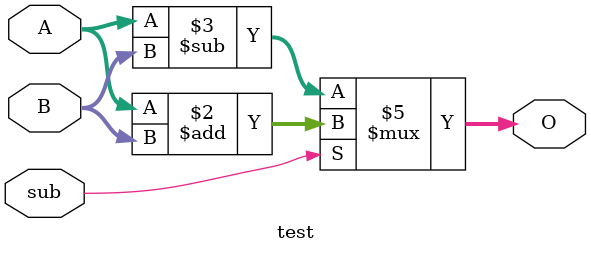
<source format=sv>
module test(
  input [31:0] A,
  input [31:0] B,
  output reg [31:0] O,
  input wire sub
);

always @* begin
  if (sub) begin
      O = A + B;
  end else begin
      O = A - B;
  end
end

endmodule
</source>
